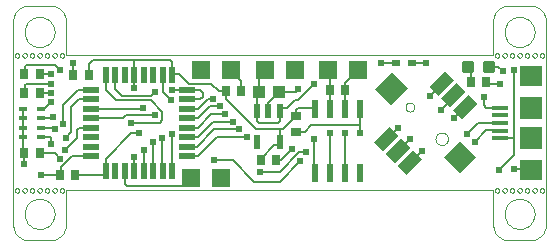
<source format=gtl>
G75*
%MOIN*%
%OFA0B0*%
%FSLAX24Y24*%
%IPPOS*%
%LPD*%
%AMOC8*
5,1,8,0,0,1.08239X$1,22.5*
%
%ADD10C,0.0000*%
%ADD11R,0.0728X0.0433*%
%ADD12R,0.0787X0.0748*%
%ADD13R,0.0551X0.0138*%
%ADD14R,0.0748X0.0709*%
%ADD15R,0.0748X0.0748*%
%ADD16R,0.0236X0.0610*%
%ADD17R,0.0217X0.0472*%
%ADD18C,0.0118*%
%ADD19R,0.0600X0.0600*%
%ADD20R,0.0276X0.0197*%
%ADD21R,0.0433X0.0394*%
%ADD22R,0.0276X0.0354*%
%ADD23R,0.0354X0.0276*%
%ADD24R,0.0276X0.0177*%
%ADD25R,0.0197X0.0571*%
%ADD26R,0.0571X0.0197*%
%ADD27C,0.0240*%
%ADD28C,0.0080*%
D10*
X004943Y002737D02*
X005693Y002737D01*
X005737Y002739D01*
X005780Y002745D01*
X005822Y002754D01*
X005864Y002767D01*
X005904Y002784D01*
X005943Y002804D01*
X005980Y002827D01*
X006014Y002854D01*
X006047Y002883D01*
X006076Y002916D01*
X006103Y002950D01*
X006126Y002987D01*
X006146Y003026D01*
X006163Y003066D01*
X006176Y003108D01*
X006185Y003150D01*
X006191Y003193D01*
X006193Y003237D01*
X006193Y004393D01*
X020443Y004393D01*
X020443Y003237D01*
X020445Y003193D01*
X020451Y003150D01*
X020460Y003108D01*
X020473Y003066D01*
X020490Y003026D01*
X020510Y002987D01*
X020533Y002950D01*
X020560Y002916D01*
X020589Y002883D01*
X020622Y002854D01*
X020656Y002827D01*
X020693Y002804D01*
X020732Y002784D01*
X020772Y002767D01*
X020814Y002754D01*
X020856Y002745D01*
X020899Y002739D01*
X020943Y002737D01*
X021693Y002737D01*
X021737Y002739D01*
X021780Y002745D01*
X021822Y002754D01*
X021864Y002767D01*
X021904Y002784D01*
X021943Y002804D01*
X021980Y002827D01*
X022014Y002854D01*
X022047Y002883D01*
X022076Y002916D01*
X022103Y002950D01*
X022126Y002987D01*
X022146Y003026D01*
X022163Y003066D01*
X022176Y003108D01*
X022185Y003150D01*
X022191Y003193D01*
X022193Y003237D01*
X022193Y010050D01*
X022191Y010094D01*
X022185Y010137D01*
X022176Y010179D01*
X022163Y010221D01*
X022146Y010261D01*
X022126Y010300D01*
X022103Y010337D01*
X022076Y010371D01*
X022047Y010404D01*
X022014Y010433D01*
X021980Y010460D01*
X021943Y010483D01*
X021904Y010503D01*
X021864Y010520D01*
X021822Y010533D01*
X021780Y010542D01*
X021737Y010548D01*
X021693Y010550D01*
X020943Y010550D01*
X020899Y010548D01*
X020856Y010542D01*
X020814Y010533D01*
X020772Y010520D01*
X020732Y010503D01*
X020693Y010483D01*
X020656Y010460D01*
X020622Y010433D01*
X020589Y010404D01*
X020560Y010371D01*
X020533Y010337D01*
X020510Y010300D01*
X020490Y010261D01*
X020473Y010221D01*
X020460Y010179D01*
X020451Y010137D01*
X020445Y010094D01*
X020443Y010050D01*
X020443Y008893D01*
X006193Y008893D01*
X006193Y010050D01*
X006191Y010094D01*
X006185Y010137D01*
X006176Y010179D01*
X006163Y010221D01*
X006146Y010261D01*
X006126Y010300D01*
X006103Y010337D01*
X006076Y010371D01*
X006047Y010404D01*
X006014Y010433D01*
X005980Y010460D01*
X005943Y010483D01*
X005904Y010503D01*
X005864Y010520D01*
X005822Y010533D01*
X005780Y010542D01*
X005737Y010548D01*
X005693Y010550D01*
X004943Y010550D01*
X004899Y010548D01*
X004856Y010542D01*
X004814Y010533D01*
X004772Y010520D01*
X004732Y010503D01*
X004693Y010483D01*
X004656Y010460D01*
X004622Y010433D01*
X004589Y010404D01*
X004560Y010371D01*
X004533Y010337D01*
X004510Y010300D01*
X004490Y010261D01*
X004473Y010221D01*
X004460Y010179D01*
X004451Y010137D01*
X004445Y010094D01*
X004443Y010050D01*
X004443Y003237D01*
X004445Y003193D01*
X004451Y003150D01*
X004460Y003108D01*
X004473Y003066D01*
X004490Y003026D01*
X004510Y002987D01*
X004533Y002950D01*
X004560Y002916D01*
X004589Y002883D01*
X004622Y002854D01*
X004656Y002827D01*
X004693Y002804D01*
X004732Y002784D01*
X004772Y002767D01*
X004814Y002754D01*
X004856Y002745D01*
X004899Y002739D01*
X004943Y002737D01*
X004818Y003612D02*
X004820Y003656D01*
X004826Y003700D01*
X004836Y003743D01*
X004849Y003785D01*
X004866Y003826D01*
X004887Y003865D01*
X004911Y003902D01*
X004938Y003937D01*
X004968Y003969D01*
X005001Y003999D01*
X005037Y004025D01*
X005074Y004049D01*
X005114Y004068D01*
X005155Y004085D01*
X005198Y004097D01*
X005241Y004106D01*
X005285Y004111D01*
X005329Y004112D01*
X005373Y004109D01*
X005417Y004102D01*
X005460Y004091D01*
X005502Y004077D01*
X005542Y004059D01*
X005581Y004037D01*
X005617Y004013D01*
X005651Y003985D01*
X005683Y003954D01*
X005712Y003920D01*
X005738Y003884D01*
X005760Y003846D01*
X005779Y003806D01*
X005794Y003764D01*
X005806Y003722D01*
X005814Y003678D01*
X005818Y003634D01*
X005818Y003590D01*
X005814Y003546D01*
X005806Y003502D01*
X005794Y003460D01*
X005779Y003418D01*
X005760Y003378D01*
X005738Y003340D01*
X005712Y003304D01*
X005683Y003270D01*
X005651Y003239D01*
X005617Y003211D01*
X005581Y003187D01*
X005542Y003165D01*
X005502Y003147D01*
X005460Y003133D01*
X005417Y003122D01*
X005373Y003115D01*
X005329Y003112D01*
X005285Y003113D01*
X005241Y003118D01*
X005198Y003127D01*
X005155Y003139D01*
X005114Y003156D01*
X005074Y003175D01*
X005037Y003199D01*
X005001Y003225D01*
X004968Y003255D01*
X004938Y003287D01*
X004911Y003322D01*
X004887Y003359D01*
X004866Y003398D01*
X004849Y003439D01*
X004836Y003481D01*
X004826Y003524D01*
X004820Y003568D01*
X004818Y003612D01*
X004743Y004393D02*
X004745Y004410D01*
X004750Y004426D01*
X004759Y004440D01*
X004771Y004452D01*
X004785Y004461D01*
X004801Y004466D01*
X004818Y004468D01*
X004835Y004466D01*
X004851Y004461D01*
X004865Y004452D01*
X004877Y004440D01*
X004886Y004426D01*
X004891Y004410D01*
X004893Y004393D01*
X004891Y004376D01*
X004886Y004360D01*
X004877Y004346D01*
X004865Y004334D01*
X004851Y004325D01*
X004835Y004320D01*
X004818Y004318D01*
X004801Y004320D01*
X004785Y004325D01*
X004771Y004334D01*
X004759Y004346D01*
X004750Y004360D01*
X004745Y004376D01*
X004743Y004393D01*
X004493Y004393D02*
X004495Y004410D01*
X004500Y004426D01*
X004509Y004440D01*
X004521Y004452D01*
X004535Y004461D01*
X004551Y004466D01*
X004568Y004468D01*
X004585Y004466D01*
X004601Y004461D01*
X004615Y004452D01*
X004627Y004440D01*
X004636Y004426D01*
X004641Y004410D01*
X004643Y004393D01*
X004641Y004376D01*
X004636Y004360D01*
X004627Y004346D01*
X004615Y004334D01*
X004601Y004325D01*
X004585Y004320D01*
X004568Y004318D01*
X004551Y004320D01*
X004535Y004325D01*
X004521Y004334D01*
X004509Y004346D01*
X004500Y004360D01*
X004495Y004376D01*
X004493Y004393D01*
X004993Y004393D02*
X004995Y004410D01*
X005000Y004426D01*
X005009Y004440D01*
X005021Y004452D01*
X005035Y004461D01*
X005051Y004466D01*
X005068Y004468D01*
X005085Y004466D01*
X005101Y004461D01*
X005115Y004452D01*
X005127Y004440D01*
X005136Y004426D01*
X005141Y004410D01*
X005143Y004393D01*
X005141Y004376D01*
X005136Y004360D01*
X005127Y004346D01*
X005115Y004334D01*
X005101Y004325D01*
X005085Y004320D01*
X005068Y004318D01*
X005051Y004320D01*
X005035Y004325D01*
X005021Y004334D01*
X005009Y004346D01*
X005000Y004360D01*
X004995Y004376D01*
X004993Y004393D01*
X005243Y004393D02*
X005245Y004410D01*
X005250Y004426D01*
X005259Y004440D01*
X005271Y004452D01*
X005285Y004461D01*
X005301Y004466D01*
X005318Y004468D01*
X005335Y004466D01*
X005351Y004461D01*
X005365Y004452D01*
X005377Y004440D01*
X005386Y004426D01*
X005391Y004410D01*
X005393Y004393D01*
X005391Y004376D01*
X005386Y004360D01*
X005377Y004346D01*
X005365Y004334D01*
X005351Y004325D01*
X005335Y004320D01*
X005318Y004318D01*
X005301Y004320D01*
X005285Y004325D01*
X005271Y004334D01*
X005259Y004346D01*
X005250Y004360D01*
X005245Y004376D01*
X005243Y004393D01*
X005493Y004393D02*
X005495Y004410D01*
X005500Y004426D01*
X005509Y004440D01*
X005521Y004452D01*
X005535Y004461D01*
X005551Y004466D01*
X005568Y004468D01*
X005585Y004466D01*
X005601Y004461D01*
X005615Y004452D01*
X005627Y004440D01*
X005636Y004426D01*
X005641Y004410D01*
X005643Y004393D01*
X005641Y004376D01*
X005636Y004360D01*
X005627Y004346D01*
X005615Y004334D01*
X005601Y004325D01*
X005585Y004320D01*
X005568Y004318D01*
X005551Y004320D01*
X005535Y004325D01*
X005521Y004334D01*
X005509Y004346D01*
X005500Y004360D01*
X005495Y004376D01*
X005493Y004393D01*
X005743Y004393D02*
X005745Y004410D01*
X005750Y004426D01*
X005759Y004440D01*
X005771Y004452D01*
X005785Y004461D01*
X005801Y004466D01*
X005818Y004468D01*
X005835Y004466D01*
X005851Y004461D01*
X005865Y004452D01*
X005877Y004440D01*
X005886Y004426D01*
X005891Y004410D01*
X005893Y004393D01*
X005891Y004376D01*
X005886Y004360D01*
X005877Y004346D01*
X005865Y004334D01*
X005851Y004325D01*
X005835Y004320D01*
X005818Y004318D01*
X005801Y004320D01*
X005785Y004325D01*
X005771Y004334D01*
X005759Y004346D01*
X005750Y004360D01*
X005745Y004376D01*
X005743Y004393D01*
X005993Y004393D02*
X005995Y004410D01*
X006000Y004426D01*
X006009Y004440D01*
X006021Y004452D01*
X006035Y004461D01*
X006051Y004466D01*
X006068Y004468D01*
X006085Y004466D01*
X006101Y004461D01*
X006115Y004452D01*
X006127Y004440D01*
X006136Y004426D01*
X006141Y004410D01*
X006143Y004393D01*
X006141Y004376D01*
X006136Y004360D01*
X006127Y004346D01*
X006115Y004334D01*
X006101Y004325D01*
X006085Y004320D01*
X006068Y004318D01*
X006051Y004320D01*
X006035Y004325D01*
X006021Y004334D01*
X006009Y004346D01*
X006000Y004360D01*
X005995Y004376D01*
X005993Y004393D01*
X005993Y008893D02*
X005995Y008910D01*
X006000Y008926D01*
X006009Y008940D01*
X006021Y008952D01*
X006035Y008961D01*
X006051Y008966D01*
X006068Y008968D01*
X006085Y008966D01*
X006101Y008961D01*
X006115Y008952D01*
X006127Y008940D01*
X006136Y008926D01*
X006141Y008910D01*
X006143Y008893D01*
X006141Y008876D01*
X006136Y008860D01*
X006127Y008846D01*
X006115Y008834D01*
X006101Y008825D01*
X006085Y008820D01*
X006068Y008818D01*
X006051Y008820D01*
X006035Y008825D01*
X006021Y008834D01*
X006009Y008846D01*
X006000Y008860D01*
X005995Y008876D01*
X005993Y008893D01*
X005743Y008893D02*
X005745Y008910D01*
X005750Y008926D01*
X005759Y008940D01*
X005771Y008952D01*
X005785Y008961D01*
X005801Y008966D01*
X005818Y008968D01*
X005835Y008966D01*
X005851Y008961D01*
X005865Y008952D01*
X005877Y008940D01*
X005886Y008926D01*
X005891Y008910D01*
X005893Y008893D01*
X005891Y008876D01*
X005886Y008860D01*
X005877Y008846D01*
X005865Y008834D01*
X005851Y008825D01*
X005835Y008820D01*
X005818Y008818D01*
X005801Y008820D01*
X005785Y008825D01*
X005771Y008834D01*
X005759Y008846D01*
X005750Y008860D01*
X005745Y008876D01*
X005743Y008893D01*
X005493Y008893D02*
X005495Y008910D01*
X005500Y008926D01*
X005509Y008940D01*
X005521Y008952D01*
X005535Y008961D01*
X005551Y008966D01*
X005568Y008968D01*
X005585Y008966D01*
X005601Y008961D01*
X005615Y008952D01*
X005627Y008940D01*
X005636Y008926D01*
X005641Y008910D01*
X005643Y008893D01*
X005641Y008876D01*
X005636Y008860D01*
X005627Y008846D01*
X005615Y008834D01*
X005601Y008825D01*
X005585Y008820D01*
X005568Y008818D01*
X005551Y008820D01*
X005535Y008825D01*
X005521Y008834D01*
X005509Y008846D01*
X005500Y008860D01*
X005495Y008876D01*
X005493Y008893D01*
X005243Y008893D02*
X005245Y008910D01*
X005250Y008926D01*
X005259Y008940D01*
X005271Y008952D01*
X005285Y008961D01*
X005301Y008966D01*
X005318Y008968D01*
X005335Y008966D01*
X005351Y008961D01*
X005365Y008952D01*
X005377Y008940D01*
X005386Y008926D01*
X005391Y008910D01*
X005393Y008893D01*
X005391Y008876D01*
X005386Y008860D01*
X005377Y008846D01*
X005365Y008834D01*
X005351Y008825D01*
X005335Y008820D01*
X005318Y008818D01*
X005301Y008820D01*
X005285Y008825D01*
X005271Y008834D01*
X005259Y008846D01*
X005250Y008860D01*
X005245Y008876D01*
X005243Y008893D01*
X004993Y008893D02*
X004995Y008910D01*
X005000Y008926D01*
X005009Y008940D01*
X005021Y008952D01*
X005035Y008961D01*
X005051Y008966D01*
X005068Y008968D01*
X005085Y008966D01*
X005101Y008961D01*
X005115Y008952D01*
X005127Y008940D01*
X005136Y008926D01*
X005141Y008910D01*
X005143Y008893D01*
X005141Y008876D01*
X005136Y008860D01*
X005127Y008846D01*
X005115Y008834D01*
X005101Y008825D01*
X005085Y008820D01*
X005068Y008818D01*
X005051Y008820D01*
X005035Y008825D01*
X005021Y008834D01*
X005009Y008846D01*
X005000Y008860D01*
X004995Y008876D01*
X004993Y008893D01*
X004743Y008893D02*
X004745Y008910D01*
X004750Y008926D01*
X004759Y008940D01*
X004771Y008952D01*
X004785Y008961D01*
X004801Y008966D01*
X004818Y008968D01*
X004835Y008966D01*
X004851Y008961D01*
X004865Y008952D01*
X004877Y008940D01*
X004886Y008926D01*
X004891Y008910D01*
X004893Y008893D01*
X004891Y008876D01*
X004886Y008860D01*
X004877Y008846D01*
X004865Y008834D01*
X004851Y008825D01*
X004835Y008820D01*
X004818Y008818D01*
X004801Y008820D01*
X004785Y008825D01*
X004771Y008834D01*
X004759Y008846D01*
X004750Y008860D01*
X004745Y008876D01*
X004743Y008893D01*
X004493Y008893D02*
X004495Y008910D01*
X004500Y008926D01*
X004509Y008940D01*
X004521Y008952D01*
X004535Y008961D01*
X004551Y008966D01*
X004568Y008968D01*
X004585Y008966D01*
X004601Y008961D01*
X004615Y008952D01*
X004627Y008940D01*
X004636Y008926D01*
X004641Y008910D01*
X004643Y008893D01*
X004641Y008876D01*
X004636Y008860D01*
X004627Y008846D01*
X004615Y008834D01*
X004601Y008825D01*
X004585Y008820D01*
X004568Y008818D01*
X004551Y008820D01*
X004535Y008825D01*
X004521Y008834D01*
X004509Y008846D01*
X004500Y008860D01*
X004495Y008876D01*
X004493Y008893D01*
X004818Y009675D02*
X004820Y009719D01*
X004826Y009763D01*
X004836Y009806D01*
X004849Y009848D01*
X004866Y009889D01*
X004887Y009928D01*
X004911Y009965D01*
X004938Y010000D01*
X004968Y010032D01*
X005001Y010062D01*
X005037Y010088D01*
X005074Y010112D01*
X005114Y010131D01*
X005155Y010148D01*
X005198Y010160D01*
X005241Y010169D01*
X005285Y010174D01*
X005329Y010175D01*
X005373Y010172D01*
X005417Y010165D01*
X005460Y010154D01*
X005502Y010140D01*
X005542Y010122D01*
X005581Y010100D01*
X005617Y010076D01*
X005651Y010048D01*
X005683Y010017D01*
X005712Y009983D01*
X005738Y009947D01*
X005760Y009909D01*
X005779Y009869D01*
X005794Y009827D01*
X005806Y009785D01*
X005814Y009741D01*
X005818Y009697D01*
X005818Y009653D01*
X005814Y009609D01*
X005806Y009565D01*
X005794Y009523D01*
X005779Y009481D01*
X005760Y009441D01*
X005738Y009403D01*
X005712Y009367D01*
X005683Y009333D01*
X005651Y009302D01*
X005617Y009274D01*
X005581Y009250D01*
X005542Y009228D01*
X005502Y009210D01*
X005460Y009196D01*
X005417Y009185D01*
X005373Y009178D01*
X005329Y009175D01*
X005285Y009176D01*
X005241Y009181D01*
X005198Y009190D01*
X005155Y009202D01*
X005114Y009219D01*
X005074Y009238D01*
X005037Y009262D01*
X005001Y009288D01*
X004968Y009318D01*
X004938Y009350D01*
X004911Y009385D01*
X004887Y009422D01*
X004866Y009461D01*
X004849Y009502D01*
X004836Y009544D01*
X004826Y009587D01*
X004820Y009631D01*
X004818Y009675D01*
X017516Y007172D02*
X017518Y007196D01*
X017524Y007219D01*
X017533Y007241D01*
X017546Y007261D01*
X017561Y007279D01*
X017580Y007294D01*
X017601Y007306D01*
X017623Y007314D01*
X017646Y007319D01*
X017670Y007320D01*
X017694Y007317D01*
X017716Y007310D01*
X017738Y007300D01*
X017758Y007287D01*
X017775Y007270D01*
X017789Y007251D01*
X017800Y007230D01*
X017808Y007207D01*
X017812Y007184D01*
X017812Y007160D01*
X017808Y007137D01*
X017800Y007114D01*
X017789Y007093D01*
X017775Y007074D01*
X017758Y007057D01*
X017738Y007044D01*
X017716Y007034D01*
X017694Y007027D01*
X017670Y007024D01*
X017646Y007025D01*
X017623Y007030D01*
X017601Y007038D01*
X017580Y007050D01*
X017561Y007065D01*
X017546Y007083D01*
X017533Y007103D01*
X017524Y007125D01*
X017518Y007148D01*
X017516Y007172D01*
X018515Y006114D02*
X018517Y006142D01*
X018523Y006170D01*
X018532Y006196D01*
X018545Y006222D01*
X018561Y006245D01*
X018581Y006265D01*
X018603Y006283D01*
X018627Y006298D01*
X018653Y006309D01*
X018680Y006317D01*
X018708Y006321D01*
X018736Y006321D01*
X018764Y006317D01*
X018791Y006309D01*
X018817Y006298D01*
X018841Y006283D01*
X018863Y006265D01*
X018883Y006245D01*
X018899Y006222D01*
X018912Y006196D01*
X018921Y006170D01*
X018927Y006142D01*
X018929Y006114D01*
X018927Y006086D01*
X018921Y006058D01*
X018912Y006032D01*
X018899Y006006D01*
X018883Y005983D01*
X018863Y005963D01*
X018841Y005945D01*
X018817Y005930D01*
X018791Y005919D01*
X018764Y005911D01*
X018736Y005907D01*
X018708Y005907D01*
X018680Y005911D01*
X018653Y005919D01*
X018627Y005930D01*
X018603Y005945D01*
X018581Y005963D01*
X018561Y005983D01*
X018545Y006006D01*
X018532Y006032D01*
X018523Y006058D01*
X018517Y006086D01*
X018515Y006114D01*
X020493Y004393D02*
X020495Y004410D01*
X020500Y004426D01*
X020509Y004440D01*
X020521Y004452D01*
X020535Y004461D01*
X020551Y004466D01*
X020568Y004468D01*
X020585Y004466D01*
X020601Y004461D01*
X020615Y004452D01*
X020627Y004440D01*
X020636Y004426D01*
X020641Y004410D01*
X020643Y004393D01*
X020641Y004376D01*
X020636Y004360D01*
X020627Y004346D01*
X020615Y004334D01*
X020601Y004325D01*
X020585Y004320D01*
X020568Y004318D01*
X020551Y004320D01*
X020535Y004325D01*
X020521Y004334D01*
X020509Y004346D01*
X020500Y004360D01*
X020495Y004376D01*
X020493Y004393D01*
X020743Y004393D02*
X020745Y004410D01*
X020750Y004426D01*
X020759Y004440D01*
X020771Y004452D01*
X020785Y004461D01*
X020801Y004466D01*
X020818Y004468D01*
X020835Y004466D01*
X020851Y004461D01*
X020865Y004452D01*
X020877Y004440D01*
X020886Y004426D01*
X020891Y004410D01*
X020893Y004393D01*
X020891Y004376D01*
X020886Y004360D01*
X020877Y004346D01*
X020865Y004334D01*
X020851Y004325D01*
X020835Y004320D01*
X020818Y004318D01*
X020801Y004320D01*
X020785Y004325D01*
X020771Y004334D01*
X020759Y004346D01*
X020750Y004360D01*
X020745Y004376D01*
X020743Y004393D01*
X020993Y004393D02*
X020995Y004410D01*
X021000Y004426D01*
X021009Y004440D01*
X021021Y004452D01*
X021035Y004461D01*
X021051Y004466D01*
X021068Y004468D01*
X021085Y004466D01*
X021101Y004461D01*
X021115Y004452D01*
X021127Y004440D01*
X021136Y004426D01*
X021141Y004410D01*
X021143Y004393D01*
X021141Y004376D01*
X021136Y004360D01*
X021127Y004346D01*
X021115Y004334D01*
X021101Y004325D01*
X021085Y004320D01*
X021068Y004318D01*
X021051Y004320D01*
X021035Y004325D01*
X021021Y004334D01*
X021009Y004346D01*
X021000Y004360D01*
X020995Y004376D01*
X020993Y004393D01*
X021243Y004393D02*
X021245Y004410D01*
X021250Y004426D01*
X021259Y004440D01*
X021271Y004452D01*
X021285Y004461D01*
X021301Y004466D01*
X021318Y004468D01*
X021335Y004466D01*
X021351Y004461D01*
X021365Y004452D01*
X021377Y004440D01*
X021386Y004426D01*
X021391Y004410D01*
X021393Y004393D01*
X021391Y004376D01*
X021386Y004360D01*
X021377Y004346D01*
X021365Y004334D01*
X021351Y004325D01*
X021335Y004320D01*
X021318Y004318D01*
X021301Y004320D01*
X021285Y004325D01*
X021271Y004334D01*
X021259Y004346D01*
X021250Y004360D01*
X021245Y004376D01*
X021243Y004393D01*
X021493Y004393D02*
X021495Y004410D01*
X021500Y004426D01*
X021509Y004440D01*
X021521Y004452D01*
X021535Y004461D01*
X021551Y004466D01*
X021568Y004468D01*
X021585Y004466D01*
X021601Y004461D01*
X021615Y004452D01*
X021627Y004440D01*
X021636Y004426D01*
X021641Y004410D01*
X021643Y004393D01*
X021641Y004376D01*
X021636Y004360D01*
X021627Y004346D01*
X021615Y004334D01*
X021601Y004325D01*
X021585Y004320D01*
X021568Y004318D01*
X021551Y004320D01*
X021535Y004325D01*
X021521Y004334D01*
X021509Y004346D01*
X021500Y004360D01*
X021495Y004376D01*
X021493Y004393D01*
X021743Y004393D02*
X021745Y004410D01*
X021750Y004426D01*
X021759Y004440D01*
X021771Y004452D01*
X021785Y004461D01*
X021801Y004466D01*
X021818Y004468D01*
X021835Y004466D01*
X021851Y004461D01*
X021865Y004452D01*
X021877Y004440D01*
X021886Y004426D01*
X021891Y004410D01*
X021893Y004393D01*
X021891Y004376D01*
X021886Y004360D01*
X021877Y004346D01*
X021865Y004334D01*
X021851Y004325D01*
X021835Y004320D01*
X021818Y004318D01*
X021801Y004320D01*
X021785Y004325D01*
X021771Y004334D01*
X021759Y004346D01*
X021750Y004360D01*
X021745Y004376D01*
X021743Y004393D01*
X021993Y004393D02*
X021995Y004410D01*
X022000Y004426D01*
X022009Y004440D01*
X022021Y004452D01*
X022035Y004461D01*
X022051Y004466D01*
X022068Y004468D01*
X022085Y004466D01*
X022101Y004461D01*
X022115Y004452D01*
X022127Y004440D01*
X022136Y004426D01*
X022141Y004410D01*
X022143Y004393D01*
X022141Y004376D01*
X022136Y004360D01*
X022127Y004346D01*
X022115Y004334D01*
X022101Y004325D01*
X022085Y004320D01*
X022068Y004318D01*
X022051Y004320D01*
X022035Y004325D01*
X022021Y004334D01*
X022009Y004346D01*
X022000Y004360D01*
X021995Y004376D01*
X021993Y004393D01*
X020818Y003612D02*
X020820Y003656D01*
X020826Y003700D01*
X020836Y003743D01*
X020849Y003785D01*
X020866Y003826D01*
X020887Y003865D01*
X020911Y003902D01*
X020938Y003937D01*
X020968Y003969D01*
X021001Y003999D01*
X021037Y004025D01*
X021074Y004049D01*
X021114Y004068D01*
X021155Y004085D01*
X021198Y004097D01*
X021241Y004106D01*
X021285Y004111D01*
X021329Y004112D01*
X021373Y004109D01*
X021417Y004102D01*
X021460Y004091D01*
X021502Y004077D01*
X021542Y004059D01*
X021581Y004037D01*
X021617Y004013D01*
X021651Y003985D01*
X021683Y003954D01*
X021712Y003920D01*
X021738Y003884D01*
X021760Y003846D01*
X021779Y003806D01*
X021794Y003764D01*
X021806Y003722D01*
X021814Y003678D01*
X021818Y003634D01*
X021818Y003590D01*
X021814Y003546D01*
X021806Y003502D01*
X021794Y003460D01*
X021779Y003418D01*
X021760Y003378D01*
X021738Y003340D01*
X021712Y003304D01*
X021683Y003270D01*
X021651Y003239D01*
X021617Y003211D01*
X021581Y003187D01*
X021542Y003165D01*
X021502Y003147D01*
X021460Y003133D01*
X021417Y003122D01*
X021373Y003115D01*
X021329Y003112D01*
X021285Y003113D01*
X021241Y003118D01*
X021198Y003127D01*
X021155Y003139D01*
X021114Y003156D01*
X021074Y003175D01*
X021037Y003199D01*
X021001Y003225D01*
X020968Y003255D01*
X020938Y003287D01*
X020911Y003322D01*
X020887Y003359D01*
X020866Y003398D01*
X020849Y003439D01*
X020836Y003481D01*
X020826Y003524D01*
X020820Y003568D01*
X020818Y003612D01*
X020743Y008893D02*
X020745Y008910D01*
X020750Y008926D01*
X020759Y008940D01*
X020771Y008952D01*
X020785Y008961D01*
X020801Y008966D01*
X020818Y008968D01*
X020835Y008966D01*
X020851Y008961D01*
X020865Y008952D01*
X020877Y008940D01*
X020886Y008926D01*
X020891Y008910D01*
X020893Y008893D01*
X020891Y008876D01*
X020886Y008860D01*
X020877Y008846D01*
X020865Y008834D01*
X020851Y008825D01*
X020835Y008820D01*
X020818Y008818D01*
X020801Y008820D01*
X020785Y008825D01*
X020771Y008834D01*
X020759Y008846D01*
X020750Y008860D01*
X020745Y008876D01*
X020743Y008893D01*
X020493Y008893D02*
X020495Y008910D01*
X020500Y008926D01*
X020509Y008940D01*
X020521Y008952D01*
X020535Y008961D01*
X020551Y008966D01*
X020568Y008968D01*
X020585Y008966D01*
X020601Y008961D01*
X020615Y008952D01*
X020627Y008940D01*
X020636Y008926D01*
X020641Y008910D01*
X020643Y008893D01*
X020641Y008876D01*
X020636Y008860D01*
X020627Y008846D01*
X020615Y008834D01*
X020601Y008825D01*
X020585Y008820D01*
X020568Y008818D01*
X020551Y008820D01*
X020535Y008825D01*
X020521Y008834D01*
X020509Y008846D01*
X020500Y008860D01*
X020495Y008876D01*
X020493Y008893D01*
X020993Y008893D02*
X020995Y008910D01*
X021000Y008926D01*
X021009Y008940D01*
X021021Y008952D01*
X021035Y008961D01*
X021051Y008966D01*
X021068Y008968D01*
X021085Y008966D01*
X021101Y008961D01*
X021115Y008952D01*
X021127Y008940D01*
X021136Y008926D01*
X021141Y008910D01*
X021143Y008893D01*
X021141Y008876D01*
X021136Y008860D01*
X021127Y008846D01*
X021115Y008834D01*
X021101Y008825D01*
X021085Y008820D01*
X021068Y008818D01*
X021051Y008820D01*
X021035Y008825D01*
X021021Y008834D01*
X021009Y008846D01*
X021000Y008860D01*
X020995Y008876D01*
X020993Y008893D01*
X021243Y008893D02*
X021245Y008910D01*
X021250Y008926D01*
X021259Y008940D01*
X021271Y008952D01*
X021285Y008961D01*
X021301Y008966D01*
X021318Y008968D01*
X021335Y008966D01*
X021351Y008961D01*
X021365Y008952D01*
X021377Y008940D01*
X021386Y008926D01*
X021391Y008910D01*
X021393Y008893D01*
X021391Y008876D01*
X021386Y008860D01*
X021377Y008846D01*
X021365Y008834D01*
X021351Y008825D01*
X021335Y008820D01*
X021318Y008818D01*
X021301Y008820D01*
X021285Y008825D01*
X021271Y008834D01*
X021259Y008846D01*
X021250Y008860D01*
X021245Y008876D01*
X021243Y008893D01*
X021493Y008893D02*
X021495Y008910D01*
X021500Y008926D01*
X021509Y008940D01*
X021521Y008952D01*
X021535Y008961D01*
X021551Y008966D01*
X021568Y008968D01*
X021585Y008966D01*
X021601Y008961D01*
X021615Y008952D01*
X021627Y008940D01*
X021636Y008926D01*
X021641Y008910D01*
X021643Y008893D01*
X021641Y008876D01*
X021636Y008860D01*
X021627Y008846D01*
X021615Y008834D01*
X021601Y008825D01*
X021585Y008820D01*
X021568Y008818D01*
X021551Y008820D01*
X021535Y008825D01*
X021521Y008834D01*
X021509Y008846D01*
X021500Y008860D01*
X021495Y008876D01*
X021493Y008893D01*
X021743Y008893D02*
X021745Y008910D01*
X021750Y008926D01*
X021759Y008940D01*
X021771Y008952D01*
X021785Y008961D01*
X021801Y008966D01*
X021818Y008968D01*
X021835Y008966D01*
X021851Y008961D01*
X021865Y008952D01*
X021877Y008940D01*
X021886Y008926D01*
X021891Y008910D01*
X021893Y008893D01*
X021891Y008876D01*
X021886Y008860D01*
X021877Y008846D01*
X021865Y008834D01*
X021851Y008825D01*
X021835Y008820D01*
X021818Y008818D01*
X021801Y008820D01*
X021785Y008825D01*
X021771Y008834D01*
X021759Y008846D01*
X021750Y008860D01*
X021745Y008876D01*
X021743Y008893D01*
X021993Y008893D02*
X021995Y008910D01*
X022000Y008926D01*
X022009Y008940D01*
X022021Y008952D01*
X022035Y008961D01*
X022051Y008966D01*
X022068Y008968D01*
X022085Y008966D01*
X022101Y008961D01*
X022115Y008952D01*
X022127Y008940D01*
X022136Y008926D01*
X022141Y008910D01*
X022143Y008893D01*
X022141Y008876D01*
X022136Y008860D01*
X022127Y008846D01*
X022115Y008834D01*
X022101Y008825D01*
X022085Y008820D01*
X022068Y008818D01*
X022051Y008820D01*
X022035Y008825D01*
X022021Y008834D01*
X022009Y008846D01*
X022000Y008860D01*
X021995Y008876D01*
X021993Y008893D01*
X020818Y009675D02*
X020820Y009719D01*
X020826Y009763D01*
X020836Y009806D01*
X020849Y009848D01*
X020866Y009889D01*
X020887Y009928D01*
X020911Y009965D01*
X020938Y010000D01*
X020968Y010032D01*
X021001Y010062D01*
X021037Y010088D01*
X021074Y010112D01*
X021114Y010131D01*
X021155Y010148D01*
X021198Y010160D01*
X021241Y010169D01*
X021285Y010174D01*
X021329Y010175D01*
X021373Y010172D01*
X021417Y010165D01*
X021460Y010154D01*
X021502Y010140D01*
X021542Y010122D01*
X021581Y010100D01*
X021617Y010076D01*
X021651Y010048D01*
X021683Y010017D01*
X021712Y009983D01*
X021738Y009947D01*
X021760Y009909D01*
X021779Y009869D01*
X021794Y009827D01*
X021806Y009785D01*
X021814Y009741D01*
X021818Y009697D01*
X021818Y009653D01*
X021814Y009609D01*
X021806Y009565D01*
X021794Y009523D01*
X021779Y009481D01*
X021760Y009441D01*
X021738Y009403D01*
X021712Y009367D01*
X021683Y009333D01*
X021651Y009302D01*
X021617Y009274D01*
X021581Y009250D01*
X021542Y009228D01*
X021502Y009210D01*
X021460Y009196D01*
X021417Y009185D01*
X021373Y009178D01*
X021329Y009175D01*
X021285Y009176D01*
X021241Y009181D01*
X021198Y009190D01*
X021155Y009202D01*
X021114Y009219D01*
X021074Y009238D01*
X021037Y009262D01*
X021001Y009288D01*
X020968Y009318D01*
X020938Y009350D01*
X020911Y009385D01*
X020887Y009422D01*
X020866Y009461D01*
X020849Y009502D01*
X020836Y009544D01*
X020826Y009587D01*
X020820Y009631D01*
X020818Y009675D01*
D11*
G36*
X019139Y008063D02*
X018625Y007549D01*
X018319Y007855D01*
X018833Y008369D01*
X019139Y008063D01*
G37*
G36*
X019528Y007673D02*
X019014Y007159D01*
X018708Y007465D01*
X019222Y007979D01*
X019528Y007673D01*
G37*
G36*
X019918Y007283D02*
X019404Y006769D01*
X019098Y007075D01*
X019612Y007589D01*
X019918Y007283D01*
G37*
G36*
X017677Y005822D02*
X017163Y005308D01*
X016857Y005614D01*
X017371Y006128D01*
X017677Y005822D01*
G37*
G36*
X018067Y005432D02*
X017553Y004918D01*
X017247Y005224D01*
X017761Y005738D01*
X018067Y005432D01*
G37*
G36*
X017287Y006211D02*
X016773Y005697D01*
X016467Y006003D01*
X016981Y006517D01*
X017287Y006211D01*
G37*
D12*
G36*
X019876Y005515D02*
X019321Y004960D01*
X018792Y005489D01*
X019347Y006044D01*
X019876Y005515D01*
G37*
G36*
X017593Y007798D02*
X017038Y007243D01*
X016509Y007772D01*
X017064Y008327D01*
X017593Y007798D01*
G37*
D13*
X020650Y007155D03*
X020650Y006899D03*
X020650Y006643D03*
X020650Y006387D03*
X020650Y006131D03*
D14*
X021693Y005069D03*
X021693Y008218D03*
D15*
X021693Y007143D03*
X021693Y006143D03*
D16*
X016005Y007109D03*
X015505Y007109D03*
X015005Y007109D03*
X014505Y007109D03*
X014505Y004983D03*
X015005Y004983D03*
X015505Y004983D03*
X016005Y004983D03*
D17*
X013317Y006006D03*
X012569Y006006D03*
X012569Y007030D03*
X012943Y007030D03*
X013317Y007030D03*
D18*
X019460Y008380D02*
X019460Y008656D01*
X019736Y008656D01*
X019736Y008380D01*
X019460Y008380D01*
X019460Y008497D02*
X019736Y008497D01*
X019736Y008614D02*
X019460Y008614D01*
X020150Y008656D02*
X020150Y008380D01*
X020150Y008656D02*
X020426Y008656D01*
X020426Y008380D01*
X020150Y008380D01*
X020150Y008497D02*
X020426Y008497D01*
X020426Y008614D02*
X020150Y008614D01*
D19*
X015943Y008393D03*
X014943Y008393D03*
X013818Y008393D03*
X012818Y008393D03*
X011693Y008393D03*
X010693Y008393D03*
X010349Y004800D03*
X011349Y004800D03*
D20*
X017207Y008643D03*
X017718Y008643D03*
D21*
X013309Y007675D03*
X012639Y007675D03*
D22*
X012043Y007706D03*
X011531Y007706D03*
X014999Y007737D03*
X015511Y007737D03*
X019687Y008018D03*
X020199Y008018D03*
X013199Y005393D03*
X012687Y005393D03*
X006949Y008237D03*
X006437Y008237D03*
X005324Y008268D03*
X004812Y008268D03*
X004812Y007643D03*
X005324Y007643D03*
X005324Y005643D03*
X004812Y005643D03*
X005999Y004893D03*
X006511Y004893D03*
D23*
X013880Y006356D03*
X013880Y006868D03*
D24*
X005373Y006801D03*
X005373Y006486D03*
X005373Y006171D03*
X004763Y006171D03*
X004763Y006486D03*
X004763Y006801D03*
X004763Y007116D03*
X005373Y007116D03*
D25*
X007528Y008257D03*
X007843Y008257D03*
X008158Y008257D03*
X008473Y008257D03*
X008788Y008257D03*
X009103Y008257D03*
X009418Y008257D03*
X009733Y008257D03*
X009733Y005029D03*
X009418Y005029D03*
X009103Y005029D03*
X008788Y005029D03*
X008473Y005029D03*
X008158Y005029D03*
X007843Y005029D03*
X007528Y005029D03*
D26*
X007016Y005541D03*
X007016Y005856D03*
X007016Y006171D03*
X007016Y006486D03*
X007016Y006801D03*
X007016Y007116D03*
X007016Y007431D03*
X007016Y007746D03*
X010245Y007746D03*
X010245Y007431D03*
X010245Y007116D03*
X010245Y006801D03*
X010245Y006486D03*
X010245Y006171D03*
X010245Y005856D03*
X010245Y005541D03*
D27*
X011130Y005393D03*
X012224Y006175D03*
X011974Y006425D03*
X011755Y006675D03*
X011505Y006925D03*
X011318Y007206D03*
X011099Y007456D03*
X009724Y007737D03*
X009162Y007675D03*
X009693Y007393D03*
X009162Y006893D03*
X008755Y007143D03*
X008380Y006643D03*
X008630Y006300D03*
X009099Y006018D03*
X009412Y006143D03*
X009724Y006268D03*
X008787Y005737D03*
X008474Y005518D03*
X006162Y005737D03*
X006005Y005456D03*
X005693Y005956D03*
X006193Y006143D03*
X005818Y006456D03*
X006099Y006612D03*
X005755Y006831D03*
X005693Y007331D03*
X005693Y007643D03*
X005693Y007956D03*
X005693Y008268D03*
X006005Y008393D03*
X006443Y008643D03*
X008474Y007800D03*
X004787Y005268D03*
X005380Y004893D03*
X012662Y005020D03*
X013724Y005768D03*
X014193Y005675D03*
X014005Y005362D03*
X014474Y006112D03*
X015005Y006300D03*
X015505Y006300D03*
X016005Y006300D03*
X017255Y006487D03*
X017662Y006112D03*
X018068Y005706D03*
X019568Y006262D03*
X019818Y006018D03*
X019130Y006800D03*
X018693Y007081D03*
X018318Y007550D03*
X020130Y007518D03*
X020662Y007956D03*
X020755Y008362D03*
X021130Y008419D03*
X021912Y008393D03*
X018193Y008643D03*
X016693Y008643D03*
X014474Y007925D03*
X013943Y007768D03*
X020630Y005081D03*
X021130Y005112D03*
D28*
X021649Y005112D01*
X021693Y005069D01*
X021705Y005069D01*
X021130Y005581D02*
X020630Y005081D01*
X021130Y005581D02*
X021130Y006143D01*
X021119Y006131D01*
X020650Y006131D01*
X020650Y006387D02*
X020644Y006393D01*
X020193Y006393D01*
X019818Y006018D01*
X019568Y006262D02*
X019943Y006637D01*
X020643Y006637D01*
X020650Y006643D01*
X020650Y007155D02*
X020212Y007155D01*
X020130Y007237D01*
X020130Y007518D01*
X020261Y007956D02*
X020199Y008018D01*
X020193Y008012D01*
X020261Y007956D02*
X020662Y007956D01*
X020755Y008362D02*
X020599Y008518D01*
X020288Y008518D01*
X019687Y008429D02*
X019598Y008518D01*
X019687Y008429D02*
X019687Y008018D01*
X019118Y007569D02*
X019118Y007506D01*
X018693Y007081D01*
X019130Y006800D02*
X019508Y007177D01*
X019508Y007179D01*
X018727Y007959D02*
X018318Y007550D01*
X018727Y007959D02*
X018729Y007959D01*
X018193Y008643D02*
X017718Y008643D01*
X017207Y008643D02*
X016693Y008643D01*
X015943Y008393D02*
X015511Y007962D01*
X015511Y007737D01*
X015505Y007731D01*
X015505Y007109D01*
X015005Y007109D02*
X015005Y007731D01*
X014999Y007737D01*
X014999Y008337D01*
X014943Y008393D01*
X014474Y007925D02*
X013943Y007393D01*
X013818Y007393D01*
X013568Y007143D01*
X013318Y007143D01*
X013317Y007142D01*
X013317Y007030D01*
X013317Y006705D01*
X013255Y006643D01*
X012630Y006643D01*
X012568Y006706D01*
X012568Y007031D01*
X012569Y007030D01*
X012569Y007604D01*
X012639Y007675D01*
X012639Y008215D01*
X012818Y008393D01*
X012043Y008044D02*
X011693Y008393D01*
X012043Y008044D02*
X012043Y007706D01*
X011531Y007706D02*
X011531Y007430D01*
X012537Y006425D01*
X013318Y006425D01*
X013437Y006425D01*
X013880Y006868D01*
X013880Y007081D01*
X013943Y007143D01*
X014471Y007143D01*
X014505Y007109D01*
X014380Y006581D02*
X014156Y006356D01*
X013880Y006356D01*
X014380Y006581D02*
X016005Y006581D01*
X016005Y006300D01*
X015505Y006300D02*
X015505Y004983D01*
X015005Y004983D02*
X015005Y006300D01*
X014474Y006112D02*
X014474Y005014D01*
X014505Y004983D01*
X014005Y005362D02*
X013318Y004675D01*
X012474Y004675D01*
X011755Y005393D01*
X011130Y005393D01*
X010590Y005541D02*
X011224Y006175D01*
X012224Y006175D01*
X011974Y006425D02*
X011130Y006425D01*
X010562Y005856D01*
X010245Y005856D01*
X010245Y006171D02*
X010595Y006171D01*
X011099Y006675D01*
X011755Y006675D01*
X011505Y006925D02*
X011037Y006925D01*
X010598Y006486D01*
X010245Y006486D01*
X010245Y006801D02*
X010600Y006801D01*
X011005Y007206D01*
X011318Y007206D01*
X011099Y007456D02*
X010943Y007456D01*
X010603Y007116D01*
X010245Y007116D01*
X010245Y007431D02*
X010668Y007431D01*
X010755Y007518D01*
X010755Y007643D01*
X010662Y007737D01*
X010253Y007737D01*
X010245Y007746D01*
X009733Y007746D01*
X009724Y007737D01*
X009418Y007668D02*
X009693Y007393D01*
X009418Y007668D02*
X009418Y008257D01*
X009733Y008257D02*
X009744Y008268D01*
X009974Y008268D01*
X010287Y007956D01*
X011037Y007956D01*
X011287Y007706D01*
X011531Y007706D01*
X012943Y007309D02*
X012943Y007030D01*
X012943Y007309D02*
X013309Y007675D01*
X013849Y007675D01*
X013943Y007768D01*
X016005Y007109D02*
X016005Y006581D01*
X016877Y006107D02*
X017255Y006485D01*
X017255Y006487D01*
X017662Y006112D02*
X017267Y005718D01*
X017627Y005328D02*
X017657Y005328D01*
X017690Y005328D01*
X018068Y005706D01*
X021130Y006143D02*
X021130Y008419D01*
X021693Y008218D02*
X021705Y008206D01*
X021755Y008206D01*
X021755Y008237D01*
X021912Y008393D01*
X014193Y005675D02*
X013974Y005675D01*
X013319Y005020D01*
X012662Y005020D01*
X012687Y005393D02*
X012687Y005450D01*
X013130Y005893D01*
X013318Y005893D01*
X013297Y005914D01*
X013297Y005987D01*
X013317Y006006D01*
X013318Y006007D01*
X013318Y006425D01*
X013297Y005987D02*
X013287Y005976D01*
X013724Y005768D02*
X013349Y005393D01*
X013199Y005393D01*
X010590Y005541D02*
X010245Y005541D01*
X009724Y005038D02*
X009733Y005029D01*
X009724Y005038D02*
X009724Y006268D01*
X009412Y006143D02*
X009412Y005035D01*
X009418Y005029D01*
X009103Y005029D02*
X009099Y005033D01*
X009099Y006018D01*
X008788Y005736D02*
X008788Y005029D01*
X008473Y005029D02*
X008473Y005517D01*
X008474Y005518D01*
X008787Y005737D02*
X008788Y005736D01*
X008630Y006300D02*
X008381Y006300D01*
X007537Y005455D01*
X007537Y005038D01*
X007528Y005029D01*
X007528Y004902D01*
X007537Y004893D01*
X006511Y004893D01*
X006037Y004930D02*
X005999Y004893D01*
X005380Y004893D01*
X006037Y004930D02*
X006037Y005175D01*
X006403Y005541D01*
X007016Y005541D01*
X006568Y006143D02*
X006162Y005737D01*
X006005Y005456D02*
X005818Y005643D01*
X005324Y005643D01*
X004812Y005643D02*
X004787Y005669D01*
X004787Y005700D01*
X004763Y005693D02*
X004812Y005643D01*
X004787Y005669D02*
X004787Y005268D01*
X004763Y005693D02*
X004763Y006171D01*
X004763Y006801D01*
X004763Y006486D01*
X004763Y006171D01*
X005373Y006171D02*
X005665Y006171D01*
X005693Y006143D01*
X005693Y005956D01*
X006193Y006143D02*
X006380Y006331D01*
X006380Y007183D01*
X006628Y007431D01*
X007016Y007431D01*
X007016Y007116D02*
X008728Y007116D01*
X008755Y007143D01*
X009020Y007393D02*
X009412Y007002D01*
X009412Y006737D01*
X009318Y006643D01*
X008380Y006643D01*
X008193Y006893D02*
X009162Y006893D01*
X009020Y007393D02*
X007880Y007393D01*
X007528Y007746D01*
X007528Y008257D01*
X007843Y008257D02*
X007843Y007780D01*
X008073Y007550D01*
X009037Y007550D01*
X009162Y007675D01*
X008474Y007800D02*
X008474Y008256D01*
X008473Y008257D01*
X008473Y008737D01*
X007099Y008737D01*
X006974Y008612D01*
X006974Y008262D01*
X006949Y008237D01*
X006443Y008243D02*
X006443Y008643D01*
X006005Y008393D02*
X005818Y008581D01*
X004880Y008581D01*
X004818Y008518D01*
X004818Y008274D01*
X004812Y008268D01*
X005324Y008268D02*
X005693Y008268D01*
X005693Y007956D02*
X004880Y007956D01*
X004818Y007893D01*
X004818Y007649D01*
X004812Y007643D01*
X005324Y007643D02*
X005693Y007643D01*
X005693Y007331D02*
X005478Y007116D01*
X005373Y007116D01*
X005725Y006801D02*
X005755Y006831D01*
X005725Y006801D02*
X005373Y006801D01*
X005373Y006486D02*
X005788Y006486D01*
X005818Y006456D01*
X006099Y006612D02*
X006099Y007253D01*
X006591Y007746D01*
X007016Y007746D01*
X006443Y008243D02*
X006437Y008237D01*
X004763Y007116D02*
X004763Y006801D01*
X006568Y006423D02*
X006568Y006143D01*
X006568Y006423D02*
X006630Y006486D01*
X007016Y006486D01*
X007016Y006801D02*
X008100Y006801D01*
X008193Y006893D01*
X009733Y008257D02*
X009733Y008666D01*
X009662Y008737D01*
X008473Y008737D01*
X008158Y005029D02*
X008162Y005025D01*
X008162Y004612D01*
X008224Y004550D01*
X010099Y004550D01*
X010349Y004800D01*
M02*

</source>
